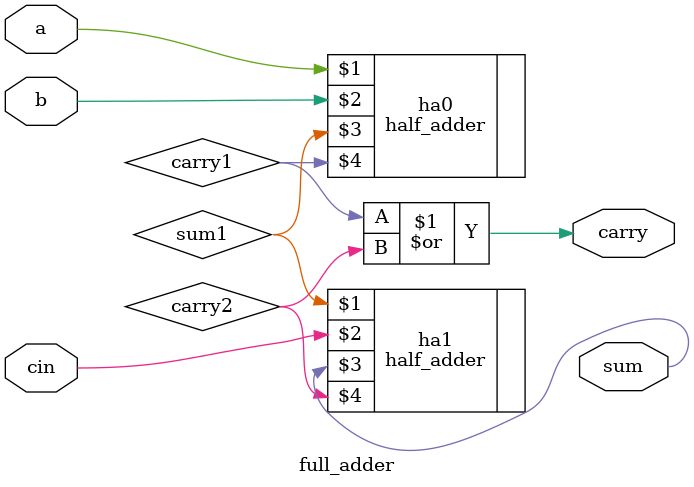
<source format=v>
module full_adder(
    input a, b, cin,
    output sum, carry
);
    wire sum1, carry1, carry2;
    half_adder ha0(a, b, sum1, carry1);
    half_adder ha1(sum1, cin, sum, carry2);
    assign carry = carry1 | carry2;
endmodule

</source>
